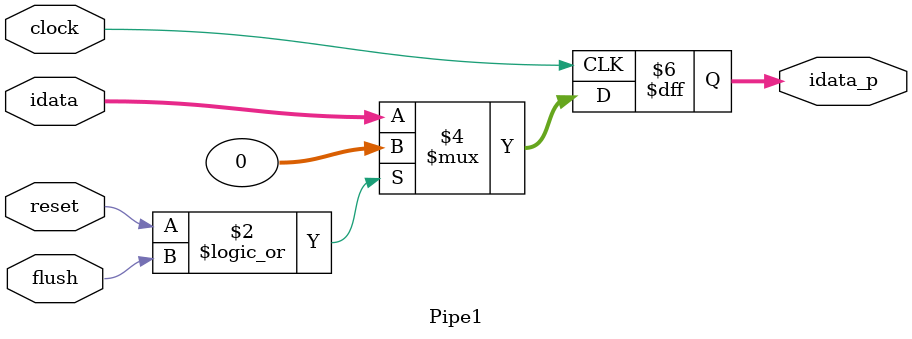
<source format=sv>
module Pipe1(input clock, input reset, input[31:0] idata, output reg[31:0] idata_p,input flush);
always@(posedge clock)
begin
if(reset || flush)
idata_p <= 0;
else
idata_p <= idata;
end
endmodule

</source>
